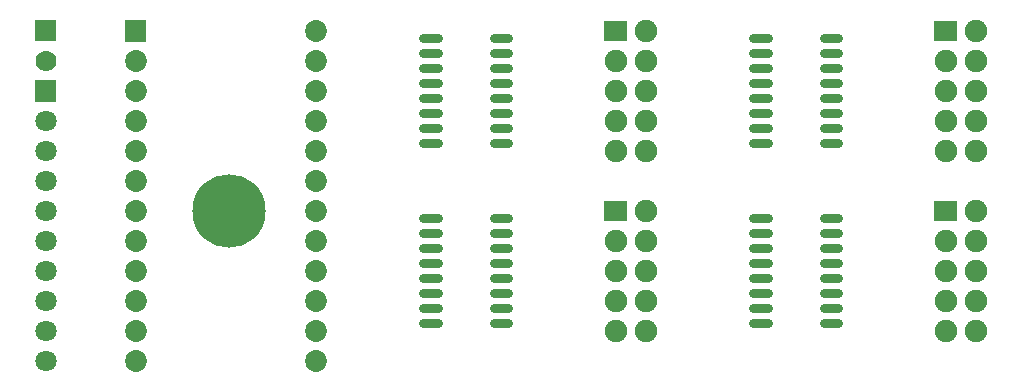
<source format=gts>
G04 Layer: TopSolderMaskLayer*
G04 EasyEDA v6.3.39, 2020-04-21T17:53:27+02:00*
G04 2b193ae985c243da8a3a613e667a09fd,91cc4837159741479c5be70faa949f3f,10*
G04 Gerber Generator version 0.2*
G04 Scale: 100 percent, Rotated: No, Reflected: No *
G04 Dimensions in millimeters *
G04 leading zeros omitted , absolute positions ,3 integer and 3 decimal *
%FSLAX33Y33*%
%MOMM*%
G90*
G71D02*

%ADD30C,0.803199*%
%ADD31C,6.203188*%
%ADD32C,1.854200*%
%ADD35C,1.778000*%
%ADD37C,1.903197*%
%ADD38C,1.803197*%

%LPD*%
G54D30*
G01X40471Y20955D02*
G01X41671Y20955D01*
G01X40471Y22225D02*
G01X41671Y22225D01*
G01X40471Y23495D02*
G01X41671Y23495D01*
G01X40471Y24765D02*
G01X41671Y24765D01*
G01X40471Y26035D02*
G01X41671Y26035D01*
G01X40471Y27305D02*
G01X41671Y27305D01*
G01X40471Y28575D02*
G01X41671Y28575D01*
G01X40471Y29845D02*
G01X41671Y29845D01*
G01X34528Y20955D02*
G01X35728Y20955D01*
G01X34528Y22225D02*
G01X35728Y22225D01*
G01X34528Y23495D02*
G01X35728Y23495D01*
G01X34528Y24765D02*
G01X35728Y24765D01*
G01X34528Y26035D02*
G01X35728Y26035D01*
G01X34528Y27305D02*
G01X35728Y27305D01*
G01X34528Y28575D02*
G01X35728Y28575D01*
G01X34528Y29845D02*
G01X35728Y29845D01*
G01X68411Y20955D02*
G01X69611Y20955D01*
G01X68411Y22225D02*
G01X69611Y22225D01*
G01X68411Y23495D02*
G01X69611Y23495D01*
G01X68411Y24765D02*
G01X69611Y24765D01*
G01X68411Y26035D02*
G01X69611Y26035D01*
G01X68411Y27305D02*
G01X69611Y27305D01*
G01X68411Y28575D02*
G01X69611Y28575D01*
G01X68411Y29845D02*
G01X69611Y29845D01*
G01X62468Y20955D02*
G01X63668Y20955D01*
G01X62468Y22225D02*
G01X63668Y22225D01*
G01X62468Y23495D02*
G01X63668Y23495D01*
G01X62468Y24765D02*
G01X63668Y24765D01*
G01X62468Y26035D02*
G01X63668Y26035D01*
G01X62468Y27305D02*
G01X63668Y27305D01*
G01X62468Y28575D02*
G01X63668Y28575D01*
G01X62468Y29845D02*
G01X63668Y29845D01*
G01X40471Y5715D02*
G01X41671Y5715D01*
G01X40471Y6985D02*
G01X41671Y6985D01*
G01X40471Y8255D02*
G01X41671Y8255D01*
G01X40471Y9525D02*
G01X41671Y9525D01*
G01X40471Y10795D02*
G01X41671Y10795D01*
G01X40471Y12065D02*
G01X41671Y12065D01*
G01X40471Y13335D02*
G01X41671Y13335D01*
G01X40471Y14605D02*
G01X41671Y14605D01*
G01X34528Y5715D02*
G01X35728Y5715D01*
G01X34528Y6985D02*
G01X35728Y6985D01*
G01X34528Y8255D02*
G01X35728Y8255D01*
G01X34528Y9525D02*
G01X35728Y9525D01*
G01X34528Y10795D02*
G01X35728Y10795D01*
G01X34528Y12065D02*
G01X35728Y12065D01*
G01X34528Y13335D02*
G01X35728Y13335D01*
G01X34528Y14605D02*
G01X35728Y14605D01*
G01X68411Y5715D02*
G01X69611Y5715D01*
G01X68411Y6985D02*
G01X69611Y6985D01*
G01X68411Y8255D02*
G01X69611Y8255D01*
G01X68411Y9525D02*
G01X69611Y9525D01*
G01X68411Y10795D02*
G01X69611Y10795D01*
G01X68411Y12065D02*
G01X69611Y12065D01*
G01X68411Y13335D02*
G01X69611Y13335D01*
G01X68411Y14605D02*
G01X69611Y14605D01*
G01X62468Y5715D02*
G01X63668Y5715D01*
G01X62468Y6985D02*
G01X63668Y6985D01*
G01X62468Y8255D02*
G01X63668Y8255D01*
G01X62468Y9525D02*
G01X63668Y9525D01*
G01X62468Y10795D02*
G01X63668Y10795D01*
G01X62468Y12065D02*
G01X63668Y12065D01*
G01X62468Y13335D02*
G01X63668Y13335D01*
G01X62468Y14605D02*
G01X63668Y14605D01*
G54D31*
G01X18034Y15240D03*
G54D32*
G01X10160Y2540D03*
G01X10160Y5080D03*
G01X10160Y7620D03*
G01X10160Y10160D03*
G01X10160Y12700D03*
G01X10160Y15240D03*
G01X10160Y17780D03*
G01X10160Y20320D03*
G01X10160Y22860D03*
G01X10160Y25400D03*
G01X10160Y27940D03*
G36*
G01X9232Y29552D02*
G01X9232Y31407D01*
G01X11087Y31407D01*
G01X11087Y29552D01*
G01X9232Y29552D01*
G37*
G01X25400Y30480D03*
G01X25400Y27940D03*
G01X25400Y25400D03*
G01X25400Y22860D03*
G01X25400Y20320D03*
G01X25400Y17780D03*
G01X25400Y15240D03*
G01X25400Y12700D03*
G01X25400Y10160D03*
G01X25400Y7620D03*
G01X25400Y5080D03*
G01X25400Y2540D03*
G36*
G01X1651Y29591D02*
G01X1651Y31369D01*
G01X3429Y31369D01*
G01X3429Y29591D01*
G01X1651Y29591D01*
G37*
G54D35*
G01X2540Y27940D03*
G36*
G01X49847Y29616D02*
G01X49847Y31343D01*
G01X51752Y31343D01*
G01X51752Y29616D01*
G01X49847Y29616D01*
G37*
G54D37*
G01X53340Y30480D03*
G01X50800Y27940D03*
G01X53340Y27940D03*
G01X50800Y25400D03*
G01X53340Y25400D03*
G01X50800Y22860D03*
G01X53340Y22860D03*
G01X50800Y20320D03*
G01X53340Y20320D03*
G36*
G01X77787Y29616D02*
G01X77787Y31343D01*
G01X79692Y31343D01*
G01X79692Y29616D01*
G01X77787Y29616D01*
G37*
G01X81280Y30480D03*
G01X78740Y27940D03*
G01X81280Y27940D03*
G01X78740Y25400D03*
G01X81280Y25400D03*
G01X78740Y22860D03*
G01X81280Y22860D03*
G01X78740Y20320D03*
G01X81280Y20320D03*
G36*
G01X49847Y14376D02*
G01X49847Y16103D01*
G01X51752Y16103D01*
G01X51752Y14376D01*
G01X49847Y14376D01*
G37*
G01X53340Y15240D03*
G01X50800Y12700D03*
G01X53340Y12700D03*
G01X50800Y10160D03*
G01X53340Y10160D03*
G01X50800Y7620D03*
G01X53340Y7620D03*
G01X50800Y5080D03*
G01X53340Y5080D03*
G36*
G01X77787Y14376D02*
G01X77787Y16103D01*
G01X79692Y16103D01*
G01X79692Y14376D01*
G01X77787Y14376D01*
G37*
G01X81280Y15240D03*
G01X78740Y12700D03*
G01X81280Y12700D03*
G01X78740Y10160D03*
G01X81280Y10160D03*
G01X78740Y7620D03*
G01X81280Y7620D03*
G01X78740Y5080D03*
G01X81280Y5080D03*
G54D38*
G01X2540Y2540D03*
G01X2540Y5080D03*
G01X2540Y7620D03*
G01X2540Y10160D03*
G01X2540Y12700D03*
G01X2540Y15240D03*
G01X2540Y17780D03*
G01X2540Y20320D03*
G01X2540Y22860D03*
G36*
G01X1638Y24498D02*
G01X1638Y26301D01*
G01X3441Y26301D01*
G01X3441Y24498D01*
G01X1638Y24498D01*
G37*
M00*
M02*

</source>
